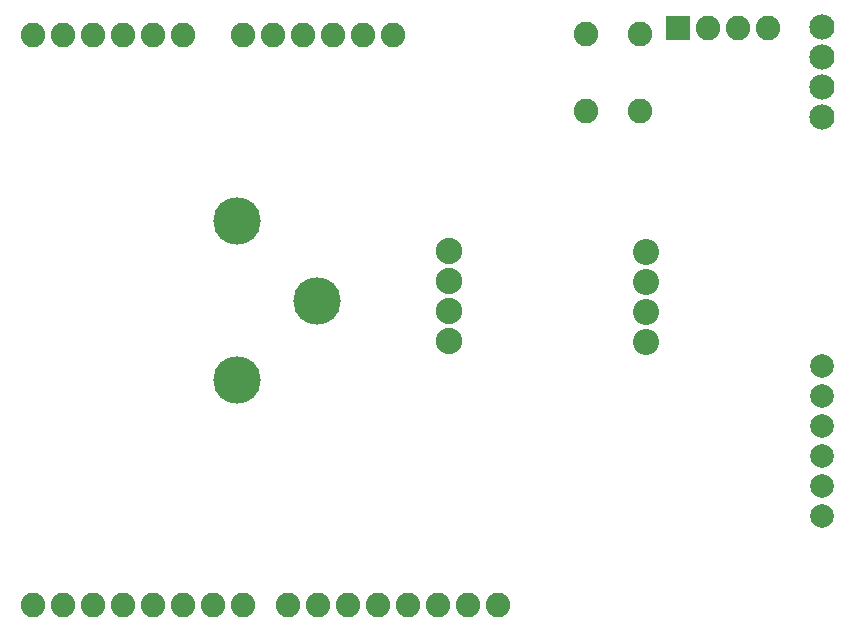
<source format=gbr>
G04 #@! TF.GenerationSoftware,KiCad,Pcbnew,(5.0.0)*
G04 #@! TF.CreationDate,2020-02-21T08:35:06-08:00*
G04 #@! TF.ProjectId,spirometer_v1_2psensors,737069726F6D657465725F76315F3270,rev?*
G04 #@! TF.SameCoordinates,Original*
G04 #@! TF.FileFunction,Soldermask,Bot*
G04 #@! TF.FilePolarity,Negative*
%FSLAX46Y46*%
G04 Gerber Fmt 4.6, Leading zero omitted, Abs format (unit mm)*
G04 Created by KiCad (PCBNEW (5.0.0)) date 02/21/20 08:35:06*
%MOMM*%
%LPD*%
G01*
G04 APERTURE LIST*
%ADD10C,2.082800*%
%ADD11R,2.082800X2.082800*%
%ADD12C,4.019200*%
%ADD13C,2.003200*%
%ADD14C,2.235200*%
%ADD15C,2.203200*%
%ADD16C,2.133600*%
G04 APERTURE END LIST*
D10*
G04 #@! TO.C,U1*
X155001100Y-129073600D03*
X152461100Y-129073600D03*
X149921100Y-129073600D03*
X147381100Y-129073600D03*
X144841100Y-129073600D03*
X142301100Y-129073600D03*
X139761100Y-129073600D03*
X137221100Y-129073600D03*
X133411100Y-129073600D03*
X130871100Y-129073600D03*
X128331100Y-129073600D03*
X125791100Y-129073600D03*
X123251100Y-129073600D03*
X120711100Y-129073600D03*
X118171100Y-129073600D03*
X115631100Y-129073600D03*
X115631100Y-80813600D03*
X118171100Y-80813600D03*
X120711100Y-80813600D03*
X123251100Y-80813600D03*
X125791100Y-80813600D03*
X128331100Y-80813600D03*
X133411100Y-80813600D03*
X135951100Y-80813600D03*
X138491100Y-80813600D03*
X141031100Y-80813600D03*
X143571100Y-80813600D03*
X146111100Y-80813600D03*
G04 #@! TD*
G04 #@! TO.C,JP1*
X177871100Y-80253600D03*
X175331100Y-80253600D03*
X172791100Y-80253600D03*
D11*
X170251100Y-80253600D03*
G04 #@! TD*
D10*
G04 #@! TO.C,RESET1*
X167011700Y-80752400D03*
X167011700Y-87254800D03*
X162490500Y-80752400D03*
X162490500Y-87254800D03*
G04 #@! TD*
D12*
G04 #@! TO.C,U$4*
X132923100Y-96585600D03*
X139673100Y-103335600D03*
X132923100Y-110085600D03*
G04 #@! TD*
D13*
G04 #@! TO.C,U$11*
X182501100Y-108903600D03*
X182501100Y-111443600D03*
X182501100Y-113983600D03*
X182501100Y-116523600D03*
X182501100Y-119063600D03*
X182501100Y-121603600D03*
G04 #@! TD*
D14*
G04 #@! TO.C,U$12*
X150841100Y-106768600D03*
X150841100Y-101688600D03*
X150841100Y-104228600D03*
X150841100Y-99148600D03*
G04 #@! TD*
D15*
G04 #@! TO.C,U$2*
X167571100Y-106813600D03*
X167571100Y-104273600D03*
X167571100Y-101733600D03*
X167571100Y-99193600D03*
G04 #@! TD*
D16*
G04 #@! TO.C,U$3*
X182501100Y-87793600D03*
X182501100Y-85253600D03*
X182501100Y-82713600D03*
X182501100Y-80173600D03*
G04 #@! TD*
M02*

</source>
